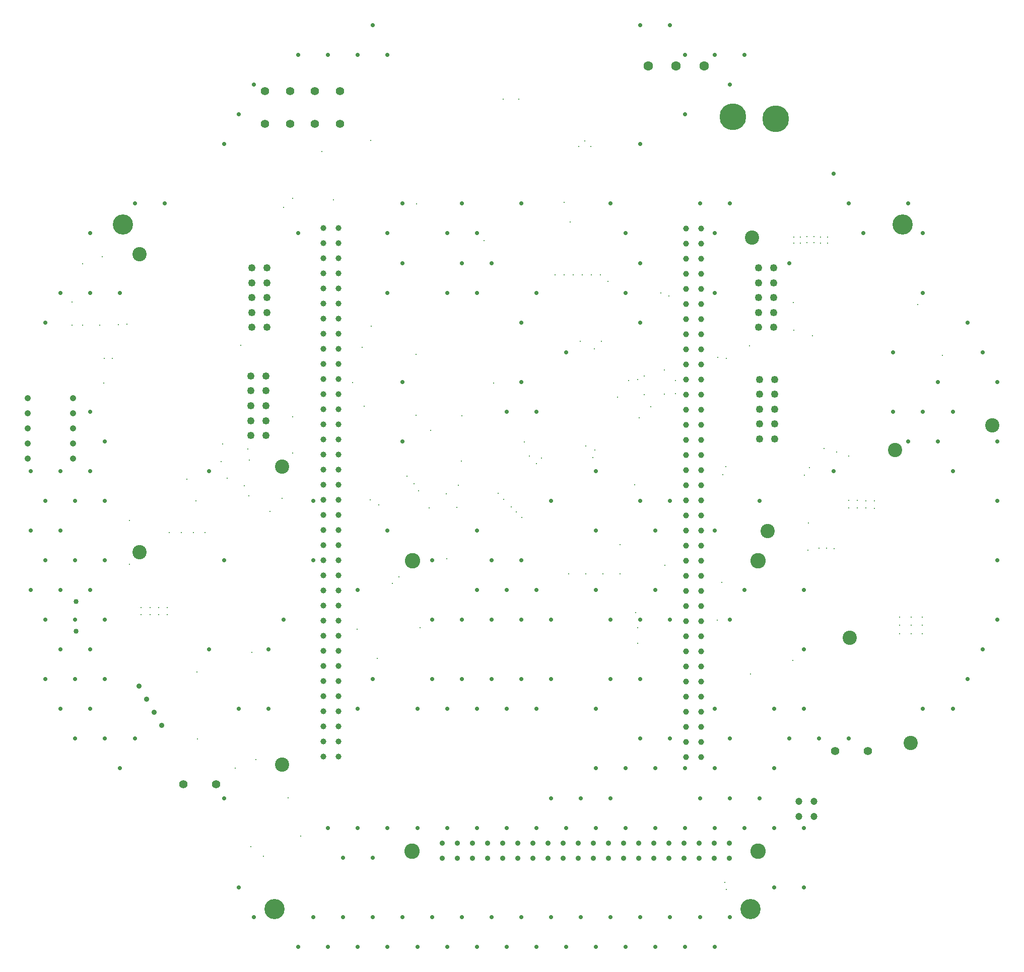
<source format=gbr>
%TF.GenerationSoftware,Altium Limited,Altium Designer,23.6.0 (18)*%
G04 Layer_Color=0*
%FSLAX45Y45*%
%MOMM*%
%TF.SameCoordinates,8B2A78E3-6762-467B-82E4-ABAB87B9FA14*%
%TF.FilePolarity,Positive*%
%TF.FileFunction,Plated,1,2,PTH,Drill*%
%TF.Part,Single*%
G01*
G75*
%TA.AperFunction,ComponentDrill*%
%ADD120C,2.60000*%
%ADD121C,0.90000*%
%ADD122C,1.40000*%
%ADD123C,4.50000*%
%ADD124C,1.60000*%
%ADD125C,1.25000*%
%ADD126C,1.40000*%
%ADD127C,1.20000*%
%ADD128C,1.00000*%
%ADD129C,0.85000*%
%ADD130C,1.05000*%
%ADD131C,0.90000*%
%TA.AperFunction,OtherDrill,Pad Free-2 (116.775mm,90.175mm)*%
%ADD132C,2.40000*%
%TA.AperFunction,OtherDrill,Pad Free-2 (92.775mm,54.45mm)*%
%ADD133C,2.40000*%
%TA.AperFunction,OtherDrill,Pad Free-2 (-26.625mm,118.9mm)*%
%ADD134C,2.40000*%
%TA.AperFunction,OtherDrill,Pad Free-2 (-2.675mm,83.2mm)*%
%ADD135C,2.40000*%
%TA.AperFunction,OtherDrill,Pad Free-2 (-2.6mm,33.1mm)*%
%ADD136C,2.40000*%
%TA.AperFunction,OtherDrill,Pad Free-2 (-26.625mm,68.8mm)*%
%ADD137C,2.40000*%
%TA.AperFunction,OtherDrill,Pad Free-2 (78.975mm,72.4mm)*%
%ADD138C,2.40000*%
%TA.AperFunction,OtherDrill,Pad Free-2 (103mm,36.725mm)*%
%ADD139C,2.40000*%
%TA.AperFunction,OtherDrill,Pad Free-2 (100.4mm,86.025mm)*%
%ADD140C,2.40000*%
%TA.AperFunction,OtherDrill,Pad Free-2 (76.35mm,121.725mm)*%
%ADD141C,2.40000*%
%TA.AperFunction,OtherDrill,Pad Free-1 (101.632mm,123.934mm)*%
%ADD142C,3.40000*%
%TA.AperFunction,OtherDrill,Pad Free-1 (76.1mm,8.766mm)*%
%ADD143C,3.40000*%
%TA.AperFunction,OtherDrill,Pad Free-1 (-29.432mm,123.934mm)*%
%ADD144C,3.40000*%
%TA.AperFunction,OtherDrill,Pad Free-1 (-3.9mm,8.766mm)*%
%ADD145C,3.40000*%
%TA.AperFunction,ViaDrill,NotFilled*%
%ADD146C,0.71120*%
%ADD147C,0.30000*%
D120*
X1931500Y6738000D02*
D03*
X7735400D02*
D03*
Y1848500D02*
D03*
X1918800D02*
D03*
D121*
X7252800Y1734200D02*
D03*
Y1988200D02*
D03*
X6998800Y1734200D02*
D03*
Y1988200D02*
D03*
X6744800Y1734200D02*
D03*
Y1988200D02*
D03*
X6490800Y1734200D02*
D03*
X6236800D02*
D03*
Y1988200D02*
D03*
X5982800Y1734200D02*
D03*
Y1988200D02*
D03*
X5728800Y1734200D02*
D03*
Y1988200D02*
D03*
X5474800Y1734200D02*
D03*
Y1988200D02*
D03*
X5220800Y1734200D02*
D03*
Y1988200D02*
D03*
X4966800Y1734200D02*
D03*
Y1988200D02*
D03*
X4712800Y1734200D02*
D03*
Y1988200D02*
D03*
X4458800Y1734200D02*
D03*
Y1988200D02*
D03*
X4204800Y1734200D02*
D03*
Y1988200D02*
D03*
X3950800Y1734200D02*
D03*
Y1988200D02*
D03*
X3696800Y1734200D02*
D03*
Y1988200D02*
D03*
X3442800Y1734200D02*
D03*
Y1988200D02*
D03*
X3188800Y1734200D02*
D03*
Y1988200D02*
D03*
X2934800Y1734200D02*
D03*
Y1988200D02*
D03*
X2680800Y1734200D02*
D03*
Y1988200D02*
D03*
X2426800Y1734200D02*
D03*
Y1988200D02*
D03*
X6490800D02*
D03*
D122*
X9035000Y3540000D02*
D03*
X9585000D02*
D03*
X-1372500Y2975000D02*
D03*
X-1922500D02*
D03*
D123*
X8030000Y14172501D02*
D03*
X7310000Y14203000D02*
D03*
D124*
X5887500Y15062500D02*
D03*
X6357500D02*
D03*
X6827500D02*
D03*
D125*
X-786500Y8845000D02*
D03*
Y9095000D02*
D03*
Y9345000D02*
D03*
Y9595000D02*
D03*
Y9845000D02*
D03*
X-532500Y8845000D02*
D03*
Y9095000D02*
D03*
Y9345000D02*
D03*
Y9595000D02*
D03*
Y9845000D02*
D03*
X-773200Y10662700D02*
D03*
Y10912700D02*
D03*
Y11162700D02*
D03*
Y11412700D02*
D03*
Y11662700D02*
D03*
X-519200Y10662700D02*
D03*
Y10912700D02*
D03*
Y11162700D02*
D03*
Y11412700D02*
D03*
Y11662700D02*
D03*
X8015200Y9787100D02*
D03*
Y9537100D02*
D03*
Y9287100D02*
D03*
Y9037100D02*
D03*
Y8787100D02*
D03*
X7761200Y9787100D02*
D03*
Y9537100D02*
D03*
Y9287100D02*
D03*
Y9037100D02*
D03*
Y8787100D02*
D03*
X7748500Y10662700D02*
D03*
Y10912700D02*
D03*
Y11162700D02*
D03*
Y11412700D02*
D03*
Y11662700D02*
D03*
X8002500Y10662700D02*
D03*
Y10912700D02*
D03*
Y11162700D02*
D03*
Y11412700D02*
D03*
Y11662700D02*
D03*
D126*
X-130000Y14089999D02*
D03*
X710000D02*
D03*
X290000D02*
D03*
X-550000D02*
D03*
Y14639999D02*
D03*
X-130000D02*
D03*
X710000D02*
D03*
X290000D02*
D03*
D127*
X8425000Y2440000D02*
D03*
X8675000D02*
D03*
X8425000Y2690000D02*
D03*
X8675000D02*
D03*
D128*
X6777612Y3439272D02*
D03*
X6523612D02*
D03*
X6777612Y3693272D02*
D03*
X6523612D02*
D03*
X6777612Y3947272D02*
D03*
X6523612D02*
D03*
X6777612Y4201272D02*
D03*
X6523612D02*
D03*
X6777612Y4455272D02*
D03*
X6523612D02*
D03*
X6777612Y4709272D02*
D03*
X6523612D02*
D03*
X6777612Y4963272D02*
D03*
X6523612D02*
D03*
X6777612Y5217272D02*
D03*
X6523612D02*
D03*
X6777612Y5471272D02*
D03*
X6523612D02*
D03*
X6777612Y5725272D02*
D03*
X6523612D02*
D03*
X6777612Y5979272D02*
D03*
X6523612D02*
D03*
X6777612Y6233272D02*
D03*
X6523612D02*
D03*
X6777612Y6487272D02*
D03*
X6523612D02*
D03*
X6777612Y6741272D02*
D03*
X6523612D02*
D03*
X6777612Y6995272D02*
D03*
X6523612D02*
D03*
X6777612Y7249272D02*
D03*
X6523612D02*
D03*
X6777612Y7503272D02*
D03*
X6523612D02*
D03*
X6777612Y7757272D02*
D03*
X6523612D02*
D03*
X6777612Y8011272D02*
D03*
X6523612D02*
D03*
X6777612Y8265272D02*
D03*
X6523612D02*
D03*
X6777612Y8519272D02*
D03*
X6523612D02*
D03*
X6777612Y8773272D02*
D03*
X6523612D02*
D03*
X6777612Y9027272D02*
D03*
X6523612D02*
D03*
X6777612Y9281272D02*
D03*
X6523612D02*
D03*
X6777612Y9535272D02*
D03*
X6523612D02*
D03*
X6777612Y9789272D02*
D03*
X6523612D02*
D03*
X6777612Y10043272D02*
D03*
X6523612D02*
D03*
X6777612Y10297272D02*
D03*
X6523612D02*
D03*
X6777612Y10551272D02*
D03*
X6523612D02*
D03*
X6777612Y10805272D02*
D03*
X6523612D02*
D03*
X6777612Y11059272D02*
D03*
X6523612D02*
D03*
X6777612Y11313272D02*
D03*
X6523612D02*
D03*
X6777612Y11567272D02*
D03*
X6523612D02*
D03*
X6777612Y11821272D02*
D03*
X6523612D02*
D03*
X6777612Y12075272D02*
D03*
X6523612D02*
D03*
X681612Y3441273D02*
D03*
X427612D02*
D03*
X6777612Y12329272D02*
D03*
X6523612D02*
D03*
X681612Y3695273D02*
D03*
X427612D02*
D03*
X681612Y3949273D02*
D03*
X427612D02*
D03*
X681612Y4203273D02*
D03*
X427612D02*
D03*
X681612Y4457273D02*
D03*
X427612D02*
D03*
X681612Y4711273D02*
D03*
X427612D02*
D03*
X681612Y4965273D02*
D03*
X427612D02*
D03*
X681612Y5219273D02*
D03*
X427612D02*
D03*
X681612Y5473273D02*
D03*
X427612D02*
D03*
X681612Y5727273D02*
D03*
X427612D02*
D03*
X681612Y5981273D02*
D03*
X427612D02*
D03*
X681612Y6235273D02*
D03*
X427612D02*
D03*
X681612Y6489273D02*
D03*
X427612D02*
D03*
X681612Y6743273D02*
D03*
X427612D02*
D03*
X681612Y6997273D02*
D03*
X427612D02*
D03*
X681612Y7251273D02*
D03*
X427612D02*
D03*
X681612Y7505273D02*
D03*
X427612D02*
D03*
X681612Y7759273D02*
D03*
X427612D02*
D03*
X681612Y8013273D02*
D03*
X427612D02*
D03*
X681612Y8267273D02*
D03*
X427612D02*
D03*
X681612Y8521273D02*
D03*
X427612D02*
D03*
X681612Y8775273D02*
D03*
X427612D02*
D03*
X681612Y9029273D02*
D03*
X427612D02*
D03*
X681612Y9283273D02*
D03*
X427612D02*
D03*
X681612Y9537273D02*
D03*
X427612D02*
D03*
X681612Y9791273D02*
D03*
X427612D02*
D03*
X681612Y10045273D02*
D03*
X427612D02*
D03*
X681612Y10299273D02*
D03*
X427612D02*
D03*
X681612Y10553273D02*
D03*
X427612D02*
D03*
X681612Y10807273D02*
D03*
X427612D02*
D03*
X681612Y11061273D02*
D03*
X427612D02*
D03*
X681612Y11315273D02*
D03*
X427612D02*
D03*
X681612Y11569273D02*
D03*
X427612D02*
D03*
X681612Y11823273D02*
D03*
X427612D02*
D03*
X681612Y12077273D02*
D03*
X427612D02*
D03*
X681612Y12331273D02*
D03*
X427612D02*
D03*
D129*
X-3725000Y5555000D02*
D03*
Y6055000D02*
D03*
D130*
X-3780500Y9469500D02*
D03*
Y9215500D02*
D03*
Y8961500D02*
D03*
Y8707500D02*
D03*
Y8453500D02*
D03*
X-4542500D02*
D03*
Y8707500D02*
D03*
Y8961500D02*
D03*
Y9215500D02*
D03*
Y9469500D02*
D03*
D131*
X-2284900Y3965330D02*
D03*
X-2411900Y4185300D02*
D03*
X-2538900Y4405271D02*
D03*
X-2665900Y4625241D02*
D03*
D132*
X11677500Y9017503D02*
D03*
D133*
X9277500Y5444998D02*
D03*
D134*
X-2662501Y11889999D02*
D03*
D135*
X-267500Y8319998D02*
D03*
D136*
X-260002Y3310001D02*
D03*
D137*
X-2662501Y6880001D02*
D03*
D138*
X7897498Y7240001D02*
D03*
D139*
X10300003Y3672499D02*
D03*
D140*
X10039998Y8602502D02*
D03*
D141*
X7634999Y12172498D02*
D03*
D142*
X10163213Y12393412D02*
D03*
D143*
X7610000Y876594D02*
D03*
D144*
X-2943217Y12393412D02*
D03*
D145*
X-389999Y876594D02*
D03*
D146*
X11510001Y10245000D02*
D03*
X11760001Y9745000D02*
D03*
Y8745000D02*
D03*
Y7745000D02*
D03*
Y6745000D02*
D03*
Y5745000D02*
D03*
X11510001Y5245000D02*
D03*
X11260001Y10745000D02*
D03*
X11010001Y9245000D02*
D03*
Y8245000D02*
D03*
X11260001Y4745000D02*
D03*
X11010001Y4245000D02*
D03*
X10510001Y12245000D02*
D03*
Y11245000D02*
D03*
X10760001Y9745000D02*
D03*
X10510001Y9245000D02*
D03*
X10760001Y8745000D02*
D03*
X10510001Y4245000D02*
D03*
X10260001Y12745000D02*
D03*
X10010001Y10245000D02*
D03*
Y9245000D02*
D03*
X10260001Y8745000D02*
D03*
X9510001Y12245000D02*
D03*
X9010001Y13245000D02*
D03*
X9260001Y12745000D02*
D03*
X9010001Y8245000D02*
D03*
X9260001Y3745000D02*
D03*
X8510001Y6245000D02*
D03*
Y5245000D02*
D03*
Y4245000D02*
D03*
X8760001Y3745000D02*
D03*
X8510001Y2245000D02*
D03*
Y1245000D02*
D03*
X8260000Y11745000D02*
D03*
X8010000Y4245000D02*
D03*
X8260000Y3745000D02*
D03*
X8010000Y3245000D02*
D03*
Y2245000D02*
D03*
Y1245000D02*
D03*
X7510000Y15245000D02*
D03*
X7760000Y7745000D02*
D03*
X7510000Y6245000D02*
D03*
X7760000Y2745000D02*
D03*
X7510000Y2245000D02*
D03*
X7010000Y15245000D02*
D03*
X7260000Y14745000D02*
D03*
Y12745000D02*
D03*
X7010000Y12245000D02*
D03*
Y11245000D02*
D03*
Y7245000D02*
D03*
X7260000Y5745000D02*
D03*
X7010000Y4245000D02*
D03*
X7260000Y3745000D02*
D03*
X7010000Y3245000D02*
D03*
X7260000Y2745000D02*
D03*
X7010000Y2245000D02*
D03*
X7260000Y745000D02*
D03*
X7010000Y245000D02*
D03*
X6510000Y15245000D02*
D03*
Y14245000D02*
D03*
X6760000Y12745000D02*
D03*
X6510000Y3245000D02*
D03*
X6760000Y2745000D02*
D03*
X6510000Y2245000D02*
D03*
X6760000Y745000D02*
D03*
X6510000Y245000D02*
D03*
X6260000Y15745001D02*
D03*
Y7745000D02*
D03*
X6010000Y7245000D02*
D03*
Y6245000D02*
D03*
X6260000Y5745000D02*
D03*
Y3745000D02*
D03*
X6010000Y3245000D02*
D03*
Y2245000D02*
D03*
X6260000Y745000D02*
D03*
X6010000Y245000D02*
D03*
X5760000Y15745001D02*
D03*
Y13745000D02*
D03*
X5510000Y12245000D02*
D03*
X5760000Y11745000D02*
D03*
X5510000Y11245000D02*
D03*
X5760000Y10745000D02*
D03*
Y7745000D02*
D03*
Y5745000D02*
D03*
Y4745000D02*
D03*
Y3745000D02*
D03*
X5510000Y3245000D02*
D03*
Y2245000D02*
D03*
X5760000Y745000D02*
D03*
X5510000Y245000D02*
D03*
X5260000Y12745000D02*
D03*
X5010000Y8245000D02*
D03*
Y7245000D02*
D03*
Y6245000D02*
D03*
X5260000Y5745000D02*
D03*
Y4745000D02*
D03*
X5010000Y4245000D02*
D03*
Y3245000D02*
D03*
X5260000Y2745000D02*
D03*
X5010000Y2245000D02*
D03*
X5260000Y745000D02*
D03*
X5010000Y245000D02*
D03*
X4510000Y10245000D02*
D03*
X4760000Y2745000D02*
D03*
X4510000Y2245000D02*
D03*
X4760000Y745000D02*
D03*
X4510000Y245000D02*
D03*
X4010000Y11245000D02*
D03*
Y9245000D02*
D03*
X4260000Y7745000D02*
D03*
X4010000Y6245000D02*
D03*
X4260000Y5745000D02*
D03*
Y4745000D02*
D03*
X4010000Y4245000D02*
D03*
X4260000Y2745000D02*
D03*
X4010000Y2245000D02*
D03*
X4260000Y745000D02*
D03*
X4010000Y245000D02*
D03*
X3760000Y12745000D02*
D03*
Y10745000D02*
D03*
Y9745000D02*
D03*
X3510000Y9245000D02*
D03*
X3760000Y6745000D02*
D03*
X3510000Y6245000D02*
D03*
X3760000Y5745000D02*
D03*
Y4745000D02*
D03*
X3510000Y4245000D02*
D03*
Y2245000D02*
D03*
X3760000Y745000D02*
D03*
X3510000Y245000D02*
D03*
X3010000Y12245000D02*
D03*
X3260000Y11745000D02*
D03*
X3010000Y11245000D02*
D03*
Y7245000D02*
D03*
X3260000Y6745000D02*
D03*
X3010000Y6245000D02*
D03*
X3260000Y5745000D02*
D03*
Y4745000D02*
D03*
X3010000Y4245000D02*
D03*
Y2245000D02*
D03*
X3260000Y745000D02*
D03*
X3010000Y245000D02*
D03*
X2760000Y12745000D02*
D03*
X2510000Y12245000D02*
D03*
X2760000Y11745000D02*
D03*
X2510000Y11245000D02*
D03*
X2760000Y5745000D02*
D03*
Y4745000D02*
D03*
X2510000Y4245000D02*
D03*
Y2245000D02*
D03*
X2760000Y745000D02*
D03*
X2510000Y245000D02*
D03*
X2260000Y6745000D02*
D03*
Y5745000D02*
D03*
Y4745000D02*
D03*
X2010000Y4245000D02*
D03*
Y2245000D02*
D03*
X2260000Y745000D02*
D03*
X2010000Y245000D02*
D03*
X1510000Y15245000D02*
D03*
X1760000Y12745000D02*
D03*
X1510000Y12245000D02*
D03*
X1760000Y11745000D02*
D03*
X1510000Y11245000D02*
D03*
X1760000Y9745000D02*
D03*
Y8745000D02*
D03*
X1510000Y7245000D02*
D03*
Y2245000D02*
D03*
X1760000Y745000D02*
D03*
X1510000Y245000D02*
D03*
X1260000Y15745001D02*
D03*
X1010000Y15245000D02*
D03*
Y6245000D02*
D03*
X1260000Y4745000D02*
D03*
X1010000Y4245000D02*
D03*
Y2245000D02*
D03*
X1260000Y1745000D02*
D03*
Y745000D02*
D03*
X1010000Y245000D02*
D03*
X510000Y15245000D02*
D03*
Y2245000D02*
D03*
X760000Y1745000D02*
D03*
Y745000D02*
D03*
X510000Y245000D02*
D03*
X10000Y15245000D02*
D03*
Y12245000D02*
D03*
X260000Y7745000D02*
D03*
Y6745000D02*
D03*
Y745000D02*
D03*
X10000Y245000D02*
D03*
X-240000Y5745000D02*
D03*
X-490000Y5245000D02*
D03*
Y4245000D02*
D03*
X-740000Y14745000D02*
D03*
X-990000Y14245000D02*
D03*
Y4245000D02*
D03*
Y1245000D02*
D03*
X-740000Y745000D02*
D03*
X-1240000Y13745000D02*
D03*
X-1490000Y8245000D02*
D03*
X-1240000Y6745000D02*
D03*
X-1490000Y5245000D02*
D03*
X-1240000Y2745000D02*
D03*
X-2240000Y12745000D02*
D03*
X-2740000D02*
D03*
X-2990000Y11245000D02*
D03*
X-2740000Y3745000D02*
D03*
X-2990000Y3245000D02*
D03*
X-3490000Y12245000D02*
D03*
Y11245000D02*
D03*
Y9245000D02*
D03*
X-3240000Y8745000D02*
D03*
X-3490000Y8245000D02*
D03*
X-3240000Y7745000D02*
D03*
Y6745000D02*
D03*
X-3490000Y6245000D02*
D03*
X-3240000Y5745000D02*
D03*
X-3490000Y5245000D02*
D03*
X-3240000Y4745000D02*
D03*
X-3490000Y4245000D02*
D03*
X-3240000Y3745000D02*
D03*
X-3990000Y11245000D02*
D03*
Y8245000D02*
D03*
X-3740000Y7745000D02*
D03*
X-3990000Y7245000D02*
D03*
X-3740000Y6745000D02*
D03*
X-3990000Y6245000D02*
D03*
X-3740000Y5745000D02*
D03*
X-3990000Y5245000D02*
D03*
X-3740000Y4745000D02*
D03*
X-3990000Y4245000D02*
D03*
X-3740000Y3745000D02*
D03*
X-4240000Y10745000D02*
D03*
X-4490000Y8245000D02*
D03*
X-4240000Y7745000D02*
D03*
X-4490000Y7245000D02*
D03*
X-4240000Y6745000D02*
D03*
X-4490000Y6245000D02*
D03*
X-4240000Y5745000D02*
D03*
Y4745000D02*
D03*
D147*
X3712500Y14502499D02*
D03*
X3457100Y14503731D02*
D03*
X-2832900Y7417100D02*
D03*
X-259566Y7787934D02*
D03*
X-87500Y8550000D02*
D03*
X7205000Y10137900D02*
D03*
X7064184Y10155816D02*
D03*
X7192500Y8320000D02*
D03*
X-2630000Y5827500D02*
D03*
Y5947500D02*
D03*
X-2338334D02*
D03*
X-2192501D02*
D03*
X-2484167D02*
D03*
Y5827500D02*
D03*
X10497499Y5650000D02*
D03*
X10120000Y5652500D02*
D03*
X8850000Y8625000D02*
D03*
X9055000Y8562500D02*
D03*
X9262500Y8495000D02*
D03*
X-792500Y1927500D02*
D03*
X-578958Y1764895D02*
D03*
X-165000Y2750000D02*
D03*
X-700000Y3392500D02*
D03*
X4475000Y12765000D02*
D03*
X1085400Y10325000D02*
D03*
X-2832500Y6680000D02*
D03*
X4785000Y11550000D02*
D03*
X4632500D02*
D03*
X4480000D02*
D03*
X4327500D02*
D03*
X5089999D02*
D03*
X4937499D02*
D03*
X4960000Y8472500D02*
D03*
X4845000Y6517500D02*
D03*
X7607500Y4830000D02*
D03*
X8320000Y5057500D02*
D03*
X2677500Y7637500D02*
D03*
X1995000Y12742500D02*
D03*
X3127500Y12125000D02*
D03*
X5217500Y11435000D02*
D03*
X3295000Y9722500D02*
D03*
X405000Y13617500D02*
D03*
X1222500Y13810001D02*
D03*
X-3290000Y11847500D02*
D03*
X1592500Y6357500D02*
D03*
X5132500Y6517500D02*
D03*
X1332500Y5095000D02*
D03*
X47500Y2110000D02*
D03*
X4557500Y6517500D02*
D03*
X4845000Y8667500D02*
D03*
X4997500Y8600000D02*
D03*
X-1692500Y4865000D02*
D03*
X-1687500Y3737500D02*
D03*
X1835000Y8157500D02*
D03*
X1360000Y7680000D02*
D03*
X1700000Y6467500D02*
D03*
X2060000Y5610000D02*
D03*
X8789000Y12185000D02*
D03*
Y12082500D02*
D03*
X8902500D02*
D03*
Y12185000D02*
D03*
X8562000Y12187500D02*
D03*
Y12085000D02*
D03*
X8675500D02*
D03*
Y12187500D02*
D03*
X8448500Y12182500D02*
D03*
Y12080000D02*
D03*
X-1285000Y8405000D02*
D03*
X-895000Y7997500D02*
D03*
X-85000Y9157500D02*
D03*
X7127500Y6370000D02*
D03*
X6160000Y9537500D02*
D03*
X6165000Y9942500D02*
D03*
X-960000Y10360000D02*
D03*
X7145000Y8187500D02*
D03*
X-2875000Y10720000D02*
D03*
X-3015000Y10710000D02*
D03*
X7202500Y1207500D02*
D03*
X9689999Y7745000D02*
D03*
X9547500Y7747500D02*
D03*
X9689999Y7620000D02*
D03*
X9547500Y7622500D02*
D03*
X8517500Y8180000D02*
D03*
X7179375Y1330625D02*
D03*
X9405000Y7625000D02*
D03*
X-767500Y5195000D02*
D03*
X-822500Y7830000D02*
D03*
X-3120000Y10137500D02*
D03*
X5681999Y5861277D02*
D03*
X4094375Y8463125D02*
D03*
X3809375Y8735625D02*
D03*
X1001875Y5583125D02*
D03*
X1220400Y7762500D02*
D03*
X4014375Y8373125D02*
D03*
X3891875Y8495625D02*
D03*
X2699375Y8006875D02*
D03*
X1985000Y10205000D02*
D03*
X2212500Y7625000D02*
D03*
X3675000Y7560000D02*
D03*
X3770000Y7462500D02*
D03*
X3592500Y7640000D02*
D03*
X6107500Y11240000D02*
D03*
X5742500Y9145000D02*
D03*
X6350000Y9547500D02*
D03*
X6347500Y9772500D02*
D03*
X7055000Y5737500D02*
D03*
X6242500Y11195000D02*
D03*
X4577500Y12437500D02*
D03*
X5562500Y9767500D02*
D03*
X5717500Y9785000D02*
D03*
X5822500Y9847500D02*
D03*
X5827500Y9532500D02*
D03*
X5933803Y9331303D02*
D03*
X5102500Y10427500D02*
D03*
X4990000Y10300000D02*
D03*
X5377500Y9490000D02*
D03*
X2752500Y8410000D02*
D03*
X2035000Y7912500D02*
D03*
X1952500Y8030000D02*
D03*
X2755000Y9177500D02*
D03*
X597500Y12810001D02*
D03*
X3465000Y7767500D02*
D03*
X3365000Y7872500D02*
D03*
X2507500Y6770000D02*
D03*
X2495000Y7867500D02*
D03*
X4750000Y10427500D02*
D03*
X1992500Y9182500D02*
D03*
X2232500Y8927500D02*
D03*
X4727500Y13705000D02*
D03*
X4825000Y13795000D02*
D03*
X4927500Y13705000D02*
D03*
X925000Y9732500D02*
D03*
X1115000Y9335000D02*
D03*
X5712500Y5610000D02*
D03*
X5715000Y5345000D02*
D03*
X-464598Y7565402D02*
D03*
X5665000Y8015000D02*
D03*
X5420000Y7005000D02*
D03*
X5420000Y6517500D02*
D03*
X-1047500Y3250000D02*
D03*
X-85000Y12832500D02*
D03*
X-235000Y12680000D02*
D03*
X1232500Y10680000D02*
D03*
X-3255000Y10137500D02*
D03*
X-3257500Y9722500D02*
D03*
X8602500Y8305000D02*
D03*
X-815000Y8430000D02*
D03*
X-840000Y8620000D02*
D03*
X7595000Y10350000D02*
D03*
X-1190000Y8130000D02*
D03*
X6167500Y6665000D02*
D03*
X-1265000Y8705000D02*
D03*
X-2192501Y5827500D02*
D03*
X10835000Y10190000D02*
D03*
X10417500Y11050000D02*
D03*
X8652500Y10525000D02*
D03*
X8337500Y10617500D02*
D03*
X8335000Y12080000D02*
D03*
Y12182500D02*
D03*
X-2338334Y5827500D02*
D03*
X-2162500Y7210000D02*
D03*
X-1960000D02*
D03*
X-1757500D02*
D03*
X-1555000D02*
D03*
X10120000Y5792500D02*
D03*
X10308750D02*
D03*
X10497499Y5790000D02*
D03*
X10308750Y5650000D02*
D03*
X10497499Y5507500D02*
D03*
X10308750Y5512500D02*
D03*
X10120000D02*
D03*
X9405000Y7750000D02*
D03*
X9262500D02*
D03*
Y7625000D02*
D03*
X8765000Y6947500D02*
D03*
X8891250D02*
D03*
X9017499Y6942500D02*
D03*
X-1712500Y7745000D02*
D03*
X-1862500Y8105000D02*
D03*
X-3620000Y11732500D02*
D03*
Y10702500D02*
D03*
X-3795000Y11085000D02*
D03*
Y10702500D02*
D03*
X8585000Y7370000D02*
D03*
X8575000Y6912500D02*
D03*
X8332500Y11077500D02*
D03*
X-3332500Y10702500D02*
D03*
%TF.MD5,1ea480b178b74fb2d3a2580d37fd05cb*%
M02*

</source>
